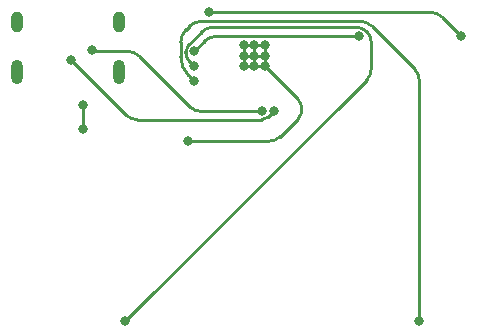
<source format=gbr>
%TF.GenerationSoftware,KiCad,Pcbnew,8.0.2*%
%TF.CreationDate,2024-05-17T16:53:07+03:00*%
%TF.ProjectId,zamonaryboard,7a616d6f-6e61-4727-9962-6f6172642e6b,rev?*%
%TF.SameCoordinates,Original*%
%TF.FileFunction,Copper,L2,Bot*%
%TF.FilePolarity,Positive*%
%FSLAX46Y46*%
G04 Gerber Fmt 4.6, Leading zero omitted, Abs format (unit mm)*
G04 Created by KiCad (PCBNEW 8.0.2) date 2024-05-17 16:53:07*
%MOMM*%
%LPD*%
G01*
G04 APERTURE LIST*
%TA.AperFunction,ComponentPad*%
%ADD10O,1.000000X2.100000*%
%TD*%
%TA.AperFunction,ComponentPad*%
%ADD11O,1.000000X1.800000*%
%TD*%
%TA.AperFunction,ViaPad*%
%ADD12C,0.800000*%
%TD*%
%TA.AperFunction,Conductor*%
%ADD13C,0.250000*%
%TD*%
G04 APERTURE END LIST*
D10*
%TO.P,J1,S1,SHIELD*%
%TO.N,GND*%
X131570000Y-78165000D03*
D11*
X131570000Y-73985000D03*
D10*
X122930000Y-78165000D03*
D11*
X122930000Y-73985000D03*
%TD*%
D12*
%TO.N,GND*%
X142113000Y-75946000D03*
X143891000Y-77724000D03*
X143002000Y-75946000D03*
X143891000Y-76835000D03*
X143002000Y-76835000D03*
X142113000Y-76835000D03*
X143002000Y-77724000D03*
X143891000Y-75946000D03*
X137414000Y-84074000D03*
X142113000Y-77724000D03*
%TO.N,D+*%
X144637588Y-81523362D03*
X127508000Y-77216000D03*
%TO.N,VBUS*%
X128524000Y-81026000D03*
X128524000Y-83058000D03*
%TO.N,D-*%
X143637000Y-81534000D03*
X129286000Y-76327000D03*
%TO.N,Net-(U1-CHIP_PU{slash}RESET)*%
X160528000Y-75184000D03*
X139192000Y-73152000D03*
%TO.N,Net-(U1-GPIO0{slash}BOOT)*%
X151892000Y-75184000D03*
X137922000Y-76454000D03*
%TO.N,BTN2*%
X156972000Y-99314000D03*
X137922000Y-78994000D03*
%TO.N,BTN1*%
X137922000Y-77724000D03*
X132080000Y-99314000D03*
%TD*%
D13*
%TO.N,GND*%
X143891000Y-76835000D02*
X143891000Y-77724000D01*
X143002000Y-75946000D02*
X143891000Y-75946000D01*
X142113000Y-77724000D02*
X142113000Y-76835000D01*
X146685238Y-82178066D02*
X145187753Y-83675551D01*
X142113000Y-75946000D02*
X142113000Y-76835000D01*
X143002000Y-76835000D02*
X143002000Y-77724000D01*
X143891000Y-77724000D02*
X146685238Y-80518238D01*
X143002000Y-76835000D02*
X142113000Y-76835000D01*
X144225814Y-84074000D02*
X137414000Y-84074000D01*
X143891000Y-77724000D02*
X143002000Y-77724000D01*
X143002000Y-75946000D02*
X142113000Y-75946000D01*
X142113000Y-77724000D02*
X143002000Y-77724000D01*
X143002000Y-75946000D02*
X143002000Y-76835000D01*
X143891000Y-76835000D02*
X143002000Y-76835000D01*
X143891000Y-76835000D02*
X143891000Y-75946000D01*
X145187753Y-83675551D02*
G75*
G02*
X144225814Y-84074006I-961953J961951D01*
G01*
X146685238Y-80518238D02*
G75*
G02*
X147029027Y-81348152I-829938J-829962D01*
G01*
X147029000Y-81348152D02*
G75*
G02*
X146685267Y-82178095I-1173700J-48D01*
G01*
%TO.N,D+*%
X133089490Y-82234000D02*
X143628923Y-82234000D01*
X132127551Y-81835551D02*
X127508000Y-77216000D01*
X144637588Y-81523362D02*
X144137687Y-82023263D01*
X144137687Y-82023263D02*
G75*
G02*
X143628923Y-82234017I-508787J508763D01*
G01*
X133089490Y-82234000D02*
G75*
G02*
X132127553Y-81835549I10J1360400D01*
G01*
%TO.N,VBUS*%
X128524000Y-81026000D02*
X128524000Y-83058000D01*
%TO.N,D-*%
X138485490Y-81534000D02*
X143637000Y-81534000D01*
X137523551Y-81135551D02*
X133240448Y-76852448D01*
X129349500Y-76390500D02*
X129286000Y-76327000D01*
X132278509Y-76454000D02*
X129502802Y-76454000D01*
X129349500Y-76390500D02*
G75*
G03*
X129502802Y-76453999I153300J153300D01*
G01*
X132278509Y-76454000D02*
G75*
G02*
X133240446Y-76852450I-9J-1360400D01*
G01*
X138485490Y-81534000D02*
G75*
G02*
X137523553Y-81135549I10J1360400D01*
G01*
%TO.N,Net-(U1-CHIP_PU{slash}RESET)*%
X157932509Y-73152000D02*
X139192000Y-73152000D01*
X158894448Y-73550448D02*
X160528000Y-75184000D01*
X158894448Y-73550448D02*
G75*
G03*
X157932509Y-73151997I-961948J-961952D01*
G01*
%TO.N,Net-(U1-GPIO0{slash}BOOT)*%
X137922000Y-76454000D02*
X138793551Y-75582448D01*
X151892000Y-75184000D02*
X139755490Y-75184000D01*
X138793551Y-75582448D02*
G75*
G02*
X139755490Y-75183997I961949J-961952D01*
G01*
%TO.N,BTN2*%
X156573551Y-77960551D02*
X152925448Y-74312448D01*
X137922000Y-78994000D02*
X137438870Y-78510870D01*
X156972000Y-78922490D02*
X156972000Y-99314000D01*
X137224240Y-74611758D02*
X137523551Y-74312448D01*
X136772000Y-75703559D02*
X136772000Y-76900902D01*
X138485490Y-73914000D02*
X151963509Y-73914000D01*
X138485490Y-73914000D02*
G75*
G03*
X137523553Y-74312450I10J-1360400D01*
G01*
X136772000Y-76900902D02*
G75*
G03*
X137438879Y-78510861I2276800J2D01*
G01*
X156573551Y-77960551D02*
G75*
G02*
X156972003Y-78922490I-961951J-961949D01*
G01*
X137224240Y-74611758D02*
G75*
G03*
X136771960Y-75703559I1091760J-1091842D01*
G01*
X152925448Y-74312448D02*
G75*
G03*
X151963509Y-73913997I-961948J-961952D01*
G01*
%TO.N,BTN1*%
X137495860Y-77297860D02*
X137922000Y-77724000D01*
X138530246Y-74820448D02*
X137418396Y-75932298D01*
X137197000Y-76576347D02*
X137196995Y-76466844D01*
X139492185Y-74422000D02*
X151623069Y-74422000D01*
X132080000Y-99314000D02*
X152509551Y-78884448D01*
X152908000Y-75706930D02*
X152908000Y-77922509D01*
X137418396Y-75932298D02*
G75*
G03*
X137196999Y-76466844I534504J-534502D01*
G01*
X152531652Y-74798347D02*
G75*
G03*
X151623069Y-74422013I-908552J-908553D01*
G01*
X137197000Y-76576347D02*
G75*
G03*
X137495878Y-77297842I1020400J47D01*
G01*
X139492185Y-74422000D02*
G75*
G03*
X138530251Y-74820453I15J-1360400D01*
G01*
X152531652Y-74798347D02*
G75*
G02*
X152907987Y-75706930I-908552J-908553D01*
G01*
X152908000Y-77922509D02*
G75*
G02*
X152509550Y-78884447I-1360400J9D01*
G01*
%TD*%
M02*

</source>
